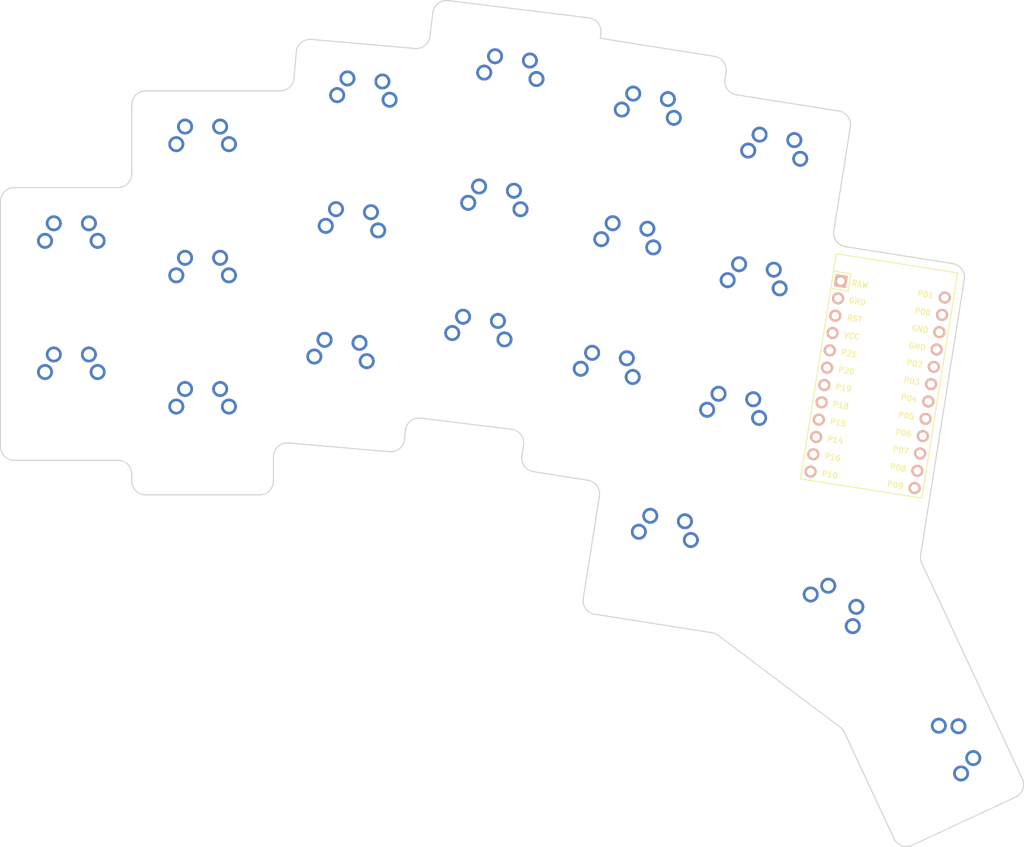
<source format=kicad_pcb>
(kicad_pcb (version 20211014) (generator pcbnew)
  (title_block (title "cumulus") (rev "v1.0.0") (company "Unknown"))
  (layers (0 "F.Cu" signal) (31 "B.Cu" signal) (34 "B.Paste" user) (35 "F.Paste" user) (36 "B.SilkS" user "B.Silkscreen") (37 "F.SilkS" user "F.Silkscreen") (38 "B.Mask" user) (39 "F.Mask" user) (44 "Edge.Cuts" user))
  (net 0 "")
  (net 1 "P10")
  (net 2 "GND")
  (net 3 "P9")
  (net 4 "P8")
  (net 5 "P7")
  (net 6 "P6")
  (net 7 "P5")
  (net 8 "P4")
  (net 9 "P3")
  (net 10 "P2")
  (net 11 "P1")
  (net 12 "P0")
  (net 13 "P11")
  (net 14 "P12")
  (net 15 "P 13")
  (net 16 "P14")
  (net 17 "P15")
  (net 18 "P16")
  (net 19 "P17")
  (net 20 "P18")
  (net 21 "P19")
  (net 22 "RAW")
  (net 23 "RST")
  (net 24 "VCC")
  (net 25 "P21")
  (net 26 "P20")
  (footprint "MX" (layer "F.Cu") (at 174.680051 127.390855)
    (fp_text reference "S3" hide)
    (fp_text value "" hide)
    (pad "" np_thru_hole circle locked (at 0 0) (size 3.9878 3.9878) (drill 3.9878) (layers *.Cu *.Mask))
    (pad "" np_thru_hole circle locked (at 5.08 0) (size 1.7018 1.7018) (drill 1.7018) (layers *.Cu *.Mask))
    (pad "" np_thru_hole circle locked (at -5.08 0) (size 1.7018 1.7018) (drill 1.7018) (layers *.Cu *.Mask))
    (pad "1" thru_hole circle locked (at -2.54 -5.08) (size 2.286 2.286) (drill 1.4986) (layers *.Cu *.Mask) (net 3 "P9"))
    (pad "1" thru_hole circle locked (at 2.54 -5.08) (size 2.286 2.286) (drill 1.4986) (layers *.Cu *.Mask) (net 3 "P9"))
    (pad "2" thru_hole circle locked (at -3.81 -2.54) (size 2.286 2.286) (drill 1.4986) (layers *.Cu *.Mask) (net 2 "GND"))
    (pad "2" thru_hole circle locked (at 3.81 -2.54) (size 2.286 2.286) (drill 1.4986) (layers *.Cu *.Mask) (net 2 "GND"))
  )
  (footprint "MX" (layer "F.Cu") (at 232.773133 141.482691 -9)
    (fp_text reference "S19" hide)
    (fp_text value "" hide)
    (pad "" np_thru_hole circle locked (at 0 0) (size 3.9878 3.9878) (drill 3.9878) (layers *.Cu *.Mask))
    (pad "" np_thru_hole circle locked (at -5.08 0) (size 1.7018 1.7018) (drill 1.7018) (layers *.Cu *.Mask))
    (pad "" np_thru_hole circle locked (at 5.08 0) (size 1.7018 1.7018) (drill 1.7018) (layers *.Cu *.Mask))
    (pad "1" thru_hole circle locked (at -2.54 -5.08) (size 2.286 2.286) (drill 1.4986) (layers *.Cu *.Mask) (net 11 "P1"))
    (pad "1" thru_hole circle locked (at 2.54 -5.08) (size 2.286 2.286) (drill 1.4986) (layers *.Cu *.Mask) (net 11 "P1"))
    (pad "2" thru_hole circle locked (at 3.81 -2.54) (size 2.286 2.286) (drill 1.4986) (layers *.Cu *.Mask) (net 2 "GND"))
    (pad "2" thru_hole circle locked (at -3.81 -2.54) (size 2.286 2.286) (drill 1.4986) (layers *.Cu *.Mask) (net 2 "GND"))
  )
  (footprint "MX" (layer "F.Cu") (at 174.680051 146.390855)
    (fp_text reference "S1" hide)
    (fp_text value "" hide)
    (pad "" np_thru_hole circle locked (at 5.08 0) (size 1.7018 1.7018) (drill 1.7018) (layers *.Cu *.Mask))
    (pad "" np_thru_hole circle locked (at -5.08 0) (size 1.7018 1.7018) (drill 1.7018) (layers *.Cu *.Mask))
    (pad "" np_thru_hole circle locked (at 0 0) (size 3.9878 3.9878) (drill 3.9878) (layers *.Cu *.Mask))
    (pad "1" thru_hole circle locked (at 2.54 -5.08) (size 2.286 2.286) (drill 1.4986) (layers *.Cu *.Mask) (net 1 "P10"))
    (pad "1" thru_hole circle locked (at -2.54 -5.08) (size 2.286 2.286) (drill 1.4986) (layers *.Cu *.Mask) (net 1 "P10"))
    (pad "2" thru_hole circle locked (at -3.81 -2.54) (size 2.286 2.286) (drill 1.4986) (layers *.Cu *.Mask) (net 2 "GND"))
    (pad "2" thru_hole circle locked (at 3.81 -2.54) (size 2.286 2.286) (drill 1.4986) (layers *.Cu *.Mask) (net 2 "GND"))
  )
  (footprint "MX" (layer "F.Cu") (at 264.206189 175.387086 -37)
    (fp_text reference "S33" hide)
    (fp_text value "" hide)
    (pad "" np_thru_hole circle locked (at -5.08 0) (size 1.7018 1.7018) (drill 1.7018) (layers *.Cu *.Mask))
    (pad "" np_thru_hole circle locked (at 5.08 0) (size 1.7018 1.7018) (drill 1.7018) (layers *.Cu *.Mask))
    (pad "" np_thru_hole circle locked (at 0 0) (size 3.9878 3.9878) (drill 3.9878) (layers *.Cu *.Mask))
    (pad "1" thru_hole circle locked (at 2.54 -5.08) (size 2.286 2.286) (drill 1.4986) (layers *.Cu *.Mask) (net 18 "P16"))
    (pad "1" thru_hole circle locked (at -2.54 -5.08) (size 2.286 2.286) (drill 1.4986) (layers *.Cu *.Mask) (net 18 "P16"))
    (pad "2" thru_hole circle locked (at -3.81 -2.54) (size 2.286 2.286) (drill 1.4986) (layers *.Cu *.Mask) (net 2 "GND"))
    (pad "2" thru_hole circle locked (at 3.81 -2.54) (size 2.286 2.286) (drill 1.4986) (layers *.Cu *.Mask) (net 2 "GND"))
  )
  (footprint "MX" (layer "F.Cu") (at 280.545123 194.602946 -65)
    (fp_text reference "S36" hide)
    (fp_text value "" hide)
    (pad "" np_thru_hole circle locked (at -5.08 0) (size 1.7018 1.7018) (drill 1.7018) (layers *.Cu *.Mask))
    (pad "" np_thru_hole circle locked (at 5.08 0) (size 1.7018 1.7018) (drill 1.7018) (layers *.Cu *.Mask))
    (pad "" np_thru_hole circle locked (at 0 0) (size 3.9878 3.9878) (drill 3.9878) (layers *.Cu *.Mask))
    (pad "1" thru_hole circle locked (at 2.54 -5.08) (size 2.286 2.286) (drill 1.4986) (layers *.Cu *.Mask) (net 19 "P17"))
    (pad "1" thru_hole circle locked (at -2.54 -5.08) (size 2.286 2.286) (drill 1.4986) (layers *.Cu *.Mask) (net 19 "P17"))
    (pad "2" thru_hole circle locked (at 3.81 -2.54) (size 2.286 2.286) (drill 1.4986) (layers *.Cu *.Mask) (net 2 "GND"))
    (pad "2" thru_hole circle locked (at -3.81 -2.54) (size 2.286 2.286) (drill 1.4986) (layers *.Cu *.Mask) (net 2 "GND"))
  )
  (footprint "MX" (layer "F.Cu") (at 232.773133 141.482691 -9)
    (fp_text reference "S20" hide)
    (fp_text value "" hide)
    (pad "" np_thru_hole circle locked (at 0 0) (size 3.9878 3.9878) (drill 3.9878) (layers *.Cu *.Mask))
    (pad "" np_thru_hole circle locked (at 5.08 0) (size 1.7018 1.7018) (drill 1.7018) (layers *.Cu *.Mask))
    (pad "" np_thru_hole circle locked (at -5.08 0) (size 1.7018 1.7018) (drill 1.7018) (layers *.Cu *.Mask))
    (pad "1" thru_hole circle locked (at -2.54 -5.08) (size 2.286 2.286) (drill 1.4986) (layers *.Cu *.Mask) (net 11 "P1"))
    (pad "1" thru_hole circle locked (at 2.54 -5.08) (size 2.286 2.286) (drill 1.4986) (layers *.Cu *.Mask) (net 11 "P1"))
    (pad "2" thru_hole circle locked (at 3.81 -2.54) (size 2.286 2.286) (drill 1.4986) (layers *.Cu *.Mask) (net 2 "GND"))
    (pad "2" thru_hole circle locked (at -3.81 -2.54) (size 2.286 2.286) (drill 1.4986) (layers *.Cu *.Mask) (net 2 "GND"))
  )
  (footprint "MX" (layer "F.Cu") (at 241.183835 165.089048 -9)
    (fp_text reference "S31" hide)
    (fp_text value "" hide)
    (pad "" np_thru_hole circle locked (at 0 0) (size 3.9878 3.9878) (drill 3.9878) (layers *.Cu *.Mask))
    (pad "" np_thru_hole circle locked (at 5.08 0) (size 1.7018 1.7018) (drill 1.7018) (layers *.Cu *.Mask))
    (pad "" np_thru_hole circle locked (at -5.08 0) (size 1.7018 1.7018) (drill 1.7018) (layers *.Cu *.Mask))
    (pad "1" thru_hole circle locked (at -2.54 -5.08) (size 2.286 2.286) (drill 1.4986) (layers *.Cu *.Mask) (net 17 "P15"))
    (pad "1" thru_hole circle locked (at 2.54 -5.08) (size 2.286 2.286) (drill 1.4986) (layers *.Cu *.Mask) (net 17 "P15"))
    (pad "2" thru_hole circle locked (at 3.81 -2.54) (size 2.286 2.286) (drill 1.4986) (layers *.Cu *.Mask) (net 2 "GND"))
    (pad "2" thru_hole circle locked (at -3.81 -2.54) (size 2.286 2.286) (drill 1.4986) (layers *.Cu *.Mask) (net 2 "GND"))
  )
  (footprint "MX" (layer "F.Cu") (at 251.069908 147.418011 -9)
    (fp_text reference "S25" hide)
    (fp_text value "" hide)
    (pad "" np_thru_hole circle locked (at 0 0) (size 3.9878 3.9878) (drill 3.9878) (layers *.Cu *.Mask))
    (pad "" np_thru_hole circle locked (at 5.08 0) (size 1.7018 1.7018) (drill 1.7018) (layers *.Cu *.Mask))
    (pad "" np_thru_hole circle locked (at -5.08 0) (size 1.7018 1.7018) (drill 1.7018) (layers *.Cu *.Mask))
    (pad "1" thru_hole circle locked (at -2.54 -5.08) (size 2.286 2.286) (drill 1.4986) (layers *.Cu *.Mask) (net 14 "P12"))
    (pad "1" thru_hole circle locked (at 2.54 -5.08) (size 2.286 2.286) (drill 1.4986) (layers *.Cu *.Mask) (net 14 "P12"))
    (pad "2" thru_hole circle locked (at -3.81 -2.54) (size 2.286 2.286) (drill 1.4986) (layers *.Cu *.Mask) (net 2 "GND"))
    (pad "2" thru_hole circle locked (at 3.81 -2.54) (size 2.286 2.286) (drill 1.4986) (layers *.Cu *.Mask) (net 2 "GND"))
  )
  (footprint "ProMicro" (layer "F.Cu") (at 272.38802 140.669817 -99)
    (fp_text reference "MCU1" hide)
    (fp_text value "" hide)
    (fp_text user "RST" (at -8.89 4.8 -9) (layer "F.SilkS") (effects (font (size 0.8 0.8))))
    (fp_text user "VCC" (at -6.35 4.8 -9) (layer "F.SilkS") (effects (font (size 0.8 0.8))))
    (fp_text user "RAW" (at -13.97 4.8 -9) (layer "F.SilkS") (effects (font (size 0.8 0.8))))
    (fp_text user "P14" (at 8.89 4.8 -9) (layer "F.SilkS") (effects (font (size 0.8 0.8))))
    (fp_text user "GND" (at -8.89 -4.8 -9) (layer "F.SilkS") (effects (font (size 0.8 0.8))))
    (fp_text user "P01" (at -13.97 -4.8 -9) (layer "F.SilkS") (effects (font (size 0.8 0.8))))
    (fp_text user "P09" (at 13.97 -4.8 -9) (layer "F.SilkS") (effects (font (size 0.8 0.8))))
    (fp_text user "P10" (at 13.97 4.8 -9) (layer "F.SilkS") (effects (font (size 0.8 0.8))))
    (fp_text user "P19" (at 1.27 4.8 -9) (layer "F.SilkS") (effects (font (size 0.8 0.8))))
    (fp_text user "P04" (at 1.27 -4.8 -9) (layer "F.SilkS") (effects (font (size 0.8 0.8))))
    (fp_text user "P20" (at -1.27 4.8 -9) (layer "F.SilkS") (effects (font (size 0.8 0.8))))
    (fp_text user "P05" (at 3.81 -4.8 -9) (layer "F.SilkS") (effects (font (size 0.8 0.8))))
    (fp_text user "GND" (at -6.35 -4.8 -9) (layer "F.SilkS") (effects (font (size 0.8 0.8))))
    (fp_text user "P06" (at 6.35 -4.8 -9) (layer "F.SilkS") (effects (font (size 0.8 0.8))))
    (fp_text user "P21" (at -3.81 4.8 -9) (layer "F.SilkS") (effects (font (size 0.8 0.8))))
    (fp_text user "P16" (at 11.43 4.8 -9) (layer "F.SilkS") (effects (font (size 0.8 0.8))))
    (fp_text user "P02" (at -3.81 -4.8 -9) (layer "F.SilkS") (effects (font (size 0.8 0.8))))
    (fp_text user "P08" (at 11.43 -4.8 -9) (layer "F.SilkS") (effects (font (size 0.8 0.8))))
    (fp_text user "P18" (at 3.81 4.8 -9) (layer "F.SilkS") (effects (font (size 0.8 0.8))))
    (fp_text user "P15" (at 6.35 4.8 -9) (layer "F.SilkS") (effects (font (size 0.8 0.8))))
    (fp_text user "P07" (at 8.89 -4.8 -9) (layer "F.SilkS") (effects (font (size 0.8 0.8))))
    (fp_text user "P00" (at -11.43 -4.8 -9) (layer "F.SilkS") (effects (font (size 0.8 0.8))))
    (fp_text user "GND" (at -11.43 4.8 -9) (layer "F.SilkS") (effects (font (size 0.8 0.8))))
    (fp_text user "P03" (at -1.27 -4.8 -9) (layer "F.SilkS") (effects (font (size 0.8 0.8))))
    (fp_line (start -15.24 6.35) (end -15.24 8.89) (layer "F.SilkS") (width 0.15))
    (fp_line (start -12.7 6.35) (end -12.7 8.89) (layer "F.SilkS") (width 0.15))
    (fp_line (start 15.24 8.89) (end 15.24 -8.89) (layer "F.SilkS") (width 0.15))
    (fp_line (start 15.24 -8.89) (end -17.78 -8.89) (layer "F.SilkS") (width 0.15))
    (fp_line (start -17.78 8.89) (end 15.24 8.89) (layer "F.SilkS") (width 0.15))
    (fp_line (start -15.24 6.35) (end -12.7 6.35) (layer "F.SilkS") (width 0.15))
    (fp_line (start -17.78 -8.89) (end -17.78 8.89) (layer "F.SilkS") (width 0.15))
    (pad "1" thru_hole rect locked (at -13.97 7.62 261) (size 1.7526 1.7526) (drill 1.0922) (layers *.Cu *.SilkS *.Mask) (net 22 "RAW"))
    (pad "2" thru_hole circle locked (at -11.43 7.62) (size 1.7526 1.7526) (drill 1.0922) (layers *.Cu *.SilkS *.Mask) (net 2 "GND"))
    (pad "3" thru_hole circle locked (at -8.89 7.62) (size 1.7526 1.7526) (drill 1.0922) (layers *.Cu *.SilkS *.Mask) (net 23 "RST"))
    (pad "4" thru_hole circle locked (at -6.35 7.62) (size 1.7526 1.7526) (drill 1.0922) (layers *.Cu *.SilkS *.Mask) (net 24 "VCC"))
    (pad "5" thru_hole circle locked (at -3.81 7.62) (size 1.7526 1.7526) (drill 1.0922) (layers *.Cu *.SilkS *.Mask) (net 25 "P21"))
    (pad "6" thru_hole circle locked (at -1.27 7.62) (size 1.7526 1.7526) (drill 1.0922) (layers *.Cu *.SilkS *.Mask) (net 26 "P20"))
    (pad "7" thru_hole circle locked (at 1.27 7.62) (size 1.7526 1.7526) (drill 1.0922) (layers *.Cu *.SilkS *.Mask) (net 21 "P19"))
    (pad "8" thru_hole circle locked (at 3.81 7.62) (size 1.7526 1.7526) (drill 1.0922) (layers *.Cu *.SilkS *.Mask) (net 20 "P18"))
    (pad "9" thru_hole circle locked (at 6.35 7.62) (size 1.7526 1.7526) (drill 1.0922) (layers *.Cu *.SilkS *.Mask) (net 17 "P15"))
    (pad "10" thru_hole circle locked (at 8.89 7.62) (size 1.7526 1.7526) (drill 1.0922) (layers *.Cu *.SilkS *.Mask) (net 16 "P14"))
    (pad "11" thru_hole circle locked (at 11.43 7.62) (size 1.7526 1.7526) (drill 1.0922) (layers *.Cu *.SilkS *.Mask) (net 18 "P16"))
    (pad "12" thru_hole circle locked (at 13.97 7.62) (size 1.7526 1.7526) (drill 1.0922) (layers *.Cu *.SilkS *.Mask) (net 1 "P10"))
    (pad "13" thru_hole circle locked (at -13.97 -7.62) (size 1.7526 1.7526) (drill 1.0922) (layers *.Cu *.SilkS *.Mask) (net 11 "P1"))
    (pad "14" thru_hole circle locked (at -11.43 -7.62) (size 1.7526 1.7526) (drill 1.0922) (layers *.Cu *.SilkS *.Mask) (net 12 "P0"))
    (pad "15" thru_hole circle locked (at -8.89 -7.62) (size 1.7526 1.7526) (drill 1.0922) (layers *.Cu *.SilkS *.Mask) (net 2 "GND"))
    (pad "16" thru_hole circle locked (at -6.35 -7.62) (size 1.7526 1.7526) (drill 1.0922) (layers *.Cu *.SilkS *.Mask) (net 2 "GND"))
    (pad "17" thru_hole circle locked (at -3.81 -7.62) (size 1.7526 1.7526) (drill 1.0922) (layers *.Cu *.SilkS *.Mask) (net 10 "P2"))
    (pad "18" thru_hole circle locked (at -1.27 -7.62) (size 1.7526 1.7526) (drill 1.0922) (layers *.Cu *.SilkS *.Mask) (net 9 "P3"))
    (pad "19" thru_hole circle locked (at 1.27 -7.62) (size 1.7526 1.7526) (drill 1.0922) (layers *.Cu *.SilkS *.Mask) (net 8 "P4"))
    (pad "20" thru_hole circle locked (at 3.81 -7.62) (size 1.7526 1.7526) (drill 1.0922) (layers *.Cu *.SilkS *.Mask) (net 7 "P5"))
    (pad "21" thru_hole circle locked (at 6.35 -7.62) (size 1.7526 1.7526) (drill 1.0922) (layers *.Cu *.SilkS *.Mask) (net 6 "P6"))
    (pad "22" thru_hole circle locked (at 8.89 -7.62) (size 1.7526 1.7526) (drill 1.0922) (layers *.Cu *.SilkS *.Mask) (net 5 "P7"))
    (pad "23" thru_hole circle locked (at 11.43 -7.62) (size 1.7526 1.7526) (drill 1.0922) (layers *.Cu *.SilkS *.Mask) (net 4 "P8"))
    (pad "24" thru_hole circle locked (at 13.97 -7.62) (size 1.7526 1.7526) (drill 1.0922) (layers *.Cu *.SilkS *.Mask) (net 3 "P9"))
  )
  (footprint "MX" (layer "F.Cu") (at 257.014418 109.885854 -9)
    (fp_text reference "S29" hide)
    (fp_text value "" hide)
    (pad "" np_thru_hole circle locked (at 0 0) (size 3.9878 3.9878) (drill 3.9878) (layers *.Cu *.Mask))
    (pad "" np_thru_hole circle locked (at 5.08 0) (size 1.7018 1.7018) (drill 1.7018) (layers *.Cu *.Mask))
    (pad "" np_thru_hole circle locked (at -5.08 0) (size 1.7018 1.7018) (drill 1.7018) (layers *.Cu *.Mask))
    (pad "1" thru_hole circle locked (at -2.54 -5.08) (size 2.286 2.286) (drill 1.4986) (layers *.Cu *.Mask) (net 16 "P14"))
    (pad "1" thru_hole circle locked (at 2.54 -5.08) (size 2.286 2.286) (drill 1.4986) (layers *.Cu *.Mask) (net 16 "P14"))
    (pad "2" thru_hole circle locked (at 3.81 -2.54) (size 2.286 2.286) (drill 1.4986) (layers *.Cu *.Mask) (net 2 "GND"))
    (pad "2" thru_hole circle locked (at -3.81 -2.54) (size 2.286 2.286) (drill 1.4986) (layers *.Cu *.Mask) (net 2 "GND"))
  )
  (footprint "MX" (layer "F.Cu") (at 241.183835 165.089048 -9)
    (fp_text reference "S32" hide)
    (fp_text value "" hide)
    (pad "" np_thru_hole circle locked (at 5.08 0) (size 1.7018 1.7018) (drill 1.7018) (layers *.Cu *.Mask))
    (pad "" np_thru_hole circle locked (at 0 0) (size 3.9878 3.9878) (drill 3.9878) (layers *.Cu *.Mask))
    (pad "" np_thru_hole circle locked (at -5.08 0) (size 1.7018 1.7018) (drill 1.7018) (layers *.Cu *.Mask))
    (pad "1" thru_hole circle locked (at 2.54 -5.08) (size 2.286 2.286) (drill 1.4986) (layers *.Cu *.Mask) (net 17 "P15"))
    (pad "1" thru_hole circle locked (at -2.54 -5.08) (size 2.286 2.286) (drill 1.4986) (layers *.Cu *.Mask) (net 17 "P15"))
    (pad "2" thru_hole circle locked (at 3.81 -2.54) (size 2.286 2.286) (drill 1.4986) (layers *.Cu *.Mask) (net 2 "GND"))
    (pad "2" thru_hole circle locked (at -3.81 -2.54) (size 2.286 2.286) (drill 1.4986) (layers *.Cu *.Mask) (net 2 "GND"))
  )
  (footprint "MX" (layer "F.Cu") (at 174.680051 108.390855)
    (fp_text reference "S5" hide)
    (fp_text value "" hide)
    (pad "" np_thru_hole circle locked (at 5.08 0) (size 1.7018 1.7018) (drill 1.7018) (layers *.Cu *.Mask))
    (pad "" np_thru_hole circle locked (at -5.08 0) (size 1.7018 1.7018) (drill 1.7018) (layers *.Cu *.Mask))
    (pad "" np_thru_hole circle locked (at 0 0) (size 3.9878 3.9878) (drill 3.9878) (layers *.Cu *.Mask))
    (pad "1" thru_hole circle locked (at -2.54 -5.08) (size 2.286 2.286) (drill 1.4986) (layers *.Cu *.Mask) (net 4 "P8"))
    (pad "1" thru_hole circle locked (at 2.54 -5.08) (size 2.286 2.286) (drill 1.4986) (layers *.Cu *.Mask) (net 4 "P8"))
    (pad "2" thru_hole circle locked (at 3.81 -2.54) (size 2.286 2.286) (drill 1.4986) (layers *.Cu *.Mask) (net 2 "GND"))
    (pad "2" thru_hole circle locked (at -3.81 -2.54) (size 2.286 2.286) (drill 1.4986) (layers *.Cu *.Mask) (net 2 "GND"))
  )
  (footprint "MX" (layer "F.Cu") (at 251.069908 147.418011 -9)
    (fp_text reference "S26" hide)
    (fp_text value "" hide)
    (pad "" np_thru_hole circle locked (at -5.08 0) (size 1.7018 1.7018) (drill 1.7018) (layers *.Cu *.Mask))
    (pad "" np_thru_hole circle locked (at 5.08 0) (size 1.7018 1.7018) (drill 1.7018) (layers *.Cu *.Mask))
    (pad "" np_thru_hole circle locked (at 0 0) (size 3.9878 3.9878) (drill 3.9878) (layers *.Cu *.Mask))
    (pad "1" thru_hole circle locked (at -2.54 -5.08) (size 2.286 2.286) (drill 1.4986) (layers *.Cu *.Mask) (net 14 "P12"))
    (pad "1" thru_hole circle locked (at 2.54 -5.08) (size 2.286 2.286) (drill 1.4986) (layers *.Cu *.Mask) (net 14 "P12"))
    (pad "2" thru_hole circle locked (at -3.81 -2.54) (size 2.286 2.286) (drill 1.4986) (layers *.Cu *.Mask) (net 2 "GND"))
    (pad "2" thru_hole circle locked (at 3.81 -2.54) (size 2.286 2.286) (drill 1.4986) (layers *.Cu *.Mask) (net 2 "GND"))
  )
  (footprint "MX" (layer "F.Cu") (at 216.595882 117.331158 -7)
    (fp_text reference "S15" hide)
    (fp_text value "" hide)
    (pad "" np_thru_hole circle locked (at 5.08 0) (size 1.7018 1.7018) (drill 1.7018) (layers *.Cu *.Mask))
    (pad "" np_thru_hole circle locked (at -5.08 0) (size 1.7018 1.7018) (drill 1.7018) (layers *.Cu *.Mask))
    (pad "" np_thru_hole circle locked (at 0 0) (size 3.9878 3.9878) (drill 3.9878) (layers *.Cu *.Mask))
    (pad "1" thru_hole circle locked (at -2.54 -5.08) (size 2.286 2.286) (drill 1.4986) (layers *.Cu *.Mask) (net 9 "P3"))
    (pad "1" thru_hole circle locked (at 2.54 -5.08) (size 2.286 2.286) (drill 1.4986) (layers *.Cu *.Mask) (net 9 "P3"))
    (pad "2" thru_hole circle locked (at 3.81 -2.54) (size 2.286 2.286) (drill 1.4986) (layers *.Cu *.Mask) (net 2 "GND"))
    (pad "2" thru_hole circle locked (at -3.81 -2.54) (size 2.286 2.286) (drill 1.4986) (layers *.Cu *.Mask) (net 2 "GND"))
  )
  (footprint "MX" (layer "F.Cu") (at 254.042163 128.651932 -9)
    (fp_text reference "S27" hide)
    (fp_text value "" hide)
    (pad "" np_thru_hole circle locked (at -5.08 0) (size 1.7018 1.7018) (drill 1.7018) (layers *.Cu *.Mask))
    (pad "" np_thru_hole circle locked (at 0 0) (size 3.9878 3.9878) (drill 3.9878) (layers *.Cu *.Mask))
    (pad "" np_thru_hole circle locked (at 5.08 0) (size 1.7018 1.7018) (drill 1.7018) (layers *.Cu *.Mask))
    (pad "1" thru_hole circle locked (at -2.54 -5.08) (size 2.286 2.286) (drill 1.4986) (layers *.Cu *.Mask) (net 15 "P 13"))
    (pad "1" thru_hole circle locked (at 2.54 -5.08) (size 2.286 2.286) (drill 1.4986) (layers *.Cu *.Mask) (net 15 "P 13"))
    (pad "2" thru_hole circle locked (at -3.81 -2.54) (size 2.286 2.286) (drill 1.4986) (layers *.Cu *.Mask) (net 2 "GND"))
    (pad "2" thru_hole circle locked (at 3.81 -2.54) (size 2.286 2.286) (drill 1.4986) (layers *.Cu *.Mask) (net 2 "GND"))
  )
  (footprint "MX" (layer "F.Cu") (at 174.680051 146.390855)
    (fp_text reference "S2" hide)
    (fp_text value "" hide)
    (pad "" np_thru_hole circle locked (at 0 0) (size 3.9878 3.9878) (drill 3.9878) (layers *.Cu *.Mask))
    (pad "" np_thru_hole circle locked (at -5.08 0) (size 1.7018 1.7018) (drill 1.7018) (layers *.Cu *.Mask))
    (pad "" np_thru_hole circle locked (at 5.08 0) (size 1.7018 1.7018) (drill 1.7018) (layers *.Cu *.Mask))
    (pad "1" thru_hole circle locked (at 2.54 -5.08) (size 2.286 2.286) (drill 1.4986) (layers *.Cu *.Mask) (net 1 "P10"))
    (pad "1" thru_hole circle locked (at -2.54 -5.08) (size 2.286 2.286) (drill 1.4986) (layers *.Cu *.Mask) (net 1 "P10"))
    (pad "2" thru_hole circle locked (at -3.81 -2.54) (size 2.286 2.286) (drill 1.4986) (layers *.Cu *.Mask) (net 2 "GND"))
    (pad "2" thru_hole circle locked (at 3.81 -2.54) (size 2.286 2.286) (drill 1.4986) (layers *.Cu *.Mask) (net 2 "GND"))
  )
  (footprint "MX" (layer "F.Cu") (at 174.680051 108.390855)
    (fp_text reference "S6" hide)
    (fp_text value "" hide)
    (pad "" np_thru_hole circle locked (at -5.08 0) (size 1.7018 1.7018) (drill 1.7018) (layers *.Cu *.Mask))
    (pad "" np_thru_hole circle locked (at 5.08 0) (size 1.7018 1.7018) (drill 1.7018) (layers *.Cu *.Mask))
    (pad "" np_thru_hole circle locked (at 0 0) (size 3.9878 3.9878) (drill 3.9878) (layers *.Cu *.Mask))
    (pad "1" thru_hole circle locked (at 2.54 -5.08) (size 2.286 2.286) (drill 1.4986) (layers *.Cu *.Mask) (net 4 "P8"))
    (pad "1" thru_hole circle locked (at -2.54 -5.08) (size 2.286 2.286) (drill 1.4986) (layers *.Cu *.Mask) (net 4 "P8"))
    (pad "2" thru_hole circle locked (at 3.81 -2.54) (size 2.286 2.286) (drill 1.4986) (layers *.Cu *.Mask) (net 2 "GND"))
    (pad "2" thru_hole circle locked (at -3.81 -2.54) (size 2.286 2.286) (drill 1.4986) (layers *.Cu *.Mask) (net 2 "GND"))
  )
  (footprint "MX" (layer "F.Cu") (at 174.680051 127.390855)
    (fp_text reference "S4" hide)
    (fp_text value "" hide)
    (pad "" np_thru_hole circle locked (at 5.08 0) (size 1.7018 1.7018) (drill 1.7018) (layers *.Cu *.Mask))
    (pad "" np_thru_hole circle locked (at -5.08 0) (size 1.7018 1.7018) (drill 1.7018) (layers *.Cu *.Mask))
    (pad "" np_thru_hole circle locked (at 0 0) (size 3.9878 3.9878) (drill 3.9878) (layers *.Cu *.Mask))
    (pad "1" thru_hole circle locked (at 2.54 -5.08) (size 2.286 2.286) (drill 1.4986) (layers *.Cu *.Mask) (net 3 "P9"))
    (pad "1" thru_hole circle locked (at -2.54 -5.08) (size 2.286 2.286) (drill 1.4986) (layers *.Cu *.Mask) (net 3 "P9"))
    (pad "2" thru_hole circle locked (at 3.81 -2.54) (size 2.286 2.286) (drill 1.4986) (layers *.Cu *.Mask) (net 2 "GND"))
    (pad "2" thru_hole circle locked (at -3.81 -2.54) (size 2.286 2.286) (drill 1.4986) (layers *.Cu *.Mask) (net 2 "GND"))
  )
  (footprint "MX" (layer "F.Cu") (at 218.911399 98.472781 -7)
    (fp_text reference "S18" hide)
    (fp_text value "" hide)
    (pad "" np_thru_hole circle locked (at 5.08 0) (size 1.7018 1.7018) (drill 1.7018) (layers *.Cu *.Mask))
    (pad "" np_thru_hole circle locked (at -5.08 0) (size 1.7018 1.7018) (drill 1.7018) (layers *.Cu *.Mask))
    (pad "" np_thru_hole circle locked (at 0 0) (size 3.9878 3.9878) (drill 3.9878) (layers *.Cu *.Mask))
    (pad "1" thru_hole circle locked (at -2.54 -5.08) (size 2.286 2.286) (drill 1.4986) (layers *.Cu *.Mask) (net 10 "P2"))
    (pad "1" thru_hole circle locked (at 2.54 -5.08) (size 2.286 2.286) (drill 1.4986) (layers *.Cu *.Mask) (net 10 "P2"))
    (pad "2" thru_hole circle locked (at 3.81 -2.54) (size 2.286 2.286) (drill 1.4986) (layers *.Cu *.Mask) (net 2 "GND"))
    (pad "2" thru_hole circle locked (at -3.81 -2.54) (size 2.286 2.286) (drill 1.4986) (layers *.Cu *.Mask) (net 2 "GND"))
  )
  (footprint "MX" (layer "F.Cu") (at 238.717643 103.950534 -9)
    (fp_text reference "S23" hide)
    (fp_text value "" hide)
    (pad "" np_thru_hole circle locked (at -5.08 0) (size 1.7018 1.7018) (drill 1.7018) (layers *.Cu *.Mask))
    (pad "" np_thru_hole circle locked (at 5.08 0) (size 1.7018 1.7018) (drill 1.7018) (layers *.Cu *.Mask))
    (pad "" np_thru_hole circle locked (at 0 0) (size 3.9878 3.9878) (drill 3.9878) (layers *.Cu *.Mask))
    (pad "1" thru_hole circle locked (at 2.54 -5.08) (size 2.286 2.286) (drill 1.4986) (layers *.Cu *.Mask) (net 13 "P11"))
    (pad "1" thru_hole circle locked (at -2.54 -5.08) (size 2.286 2.286) (drill 1.4986) (layers *.Cu *.Mask) (net 13 "P11"))
    (pad "2" thru_hole circle locked (at 3.81 -2.54) (size 2.286 2.286) (drill 1.4986) (layers *.Cu *.Mask) (net 2 "GND"))
    (pad "2" thru_hole circle locked (at -3.81 -2.54) (size 2.286 2.286) (drill 1.4986) (layers *.Cu *.Mask) (net 2 "GND"))
  )
  (footprint "MX" (layer "F.Cu") (at 235.745388 122.716613 -9)
    (fp_text reference "S22" hide)
    (fp_text value "" hide)
    (pad "" np_thru_hole circle locked (at 5.08 0) (size 1.7018 1.7018) (drill 1.7018) (layers *.Cu *.Mask))
    (pad "" np_thru_hole circle locked (at -5.08 0) (size 1.7018 1.7018) (drill 1.7018) (layers *.Cu *.Mask))
    (pad "" np_thru_hole circle locked (at 0 0) (size 3.9878 3.9878) (drill 3.9878) (layers *.Cu *.Mask))
    (pad "1" thru_hole circle locked (at 2.54 -5.08) (size 2.286 2.286) (drill 1.4986) (layers *.Cu *.Mask) (net 12 "P0"))
    (pad "1" thru_hole circle locked (at -2.54 -5.08) (size 2.286 2.286) (drill 1.4986) (layers *.Cu *.Mask) (net 12 "P0"))
    (pad "2" thru_hole circle locked (at 3.81 -2.54) (size 2.286 2.286) (drill 1.4986) (layers *.Cu *.Mask) (net 2 "GND"))
    (pad "2" thru_hole circle locked (at -3.81 -2.54) (size 2.286 2.286) (drill 1.4986) (layers *.Cu *.Mask) (net 2 "GND"))
  )
  (footprint "MX" (layer "F.Cu") (at 257.014418 109.885854 -9)
    (fp_text reference "S30" hide)
    (fp_text value "" hide)
    (pad "" np_thru_hole circle locked (at 0 0) (size 3.9878 3.9878) (drill 3.9878) (layers *.Cu *.Mask))
    (pad "" np_thru_hole circle locked (at -5.08 0) (size 1.7018 1.7018) (drill 1.7018) (layers *.Cu *.Mask))
    (pad "" np_thru_hole circle locked (at 5.08 0) (size 1.7018 1.7018) (drill 1.7018) (layers *.Cu *.Mask))
    (pad "1" thru_hole circle locked (at -2.54 -5.08) (size 2.286 2.286) (drill 1.4986) (layers *.Cu *.Mask) (net 16 "P14"))
    (pad "1" thru_hole circle locked (at 2.54 -5.08) (size 2.286 2.286) (drill 1.4986) (layers *.Cu *.Mask) (net 16 "P14"))
    (pad "2" thru_hole circle locked (at -3.81 -2.54) (size 2.286 2.286) (drill 1.4986) (layers *.Cu *.Mask) (net 2 "GND"))
    (pad "2" thru_hole circle locked (at 3.81 -2.54) (size 2.286 2.286) (drill 1.4986) (layers *.Cu *.Mask) (net 2 "GND"))
  )
  (footprint "MX" (layer "F.Cu") (at 155.680051 122.390855)
    (fp_text reference "S39" hide)
    (fp_text value "" hide)
    (pad "" np_thru_hole circle locked (at -5.08 0) (size 1.7018 1.7018) (drill 1.7018) (layers *.Cu *.Mask))
    (pad "" np_thru_hole circle locked (at 5.08 0) (size 1.7018 1.7018) (drill 1.7018) (layers *.Cu *.Mask))
    (pad "" np_thru_hole circle locked (at 0 0) (size 3.9878 3.9878) (drill 3.9878) (layers *.Cu *.Mask))
    (pad "1" thru_hole circle locked (at -2.54 -5.08) (size 2.286 2.286) (drill 1.4986) (layers *.Cu *.Mask) (net 21 "P19"))
    (pad "1" thru_hole circle locked (at 2.54 -5.08) (size 2.286 2.286) (drill 1.4986) (layers *.Cu *.Mask) (net 21 "P19"))
    (pad "2" thru_hole circle locked (at 3.81 -2.54) (size 2.286 2.286) (drill 1.4986) (layers *.Cu *.Mask) (net 2 "GND"))
    (pad "2" thru_hole circle locked (at -3.81 -2.54) (size 2.286 2.286) (drill 1.4986) (layers *.Cu *.Mask) (net 2 "GND"))
  )
  (footprint "MX" (layer "F.Cu") (at 197.730707 101.615573 -5)
    (fp_text reference "S11" hide)
    (fp_text value "" hide)
    (pad "" np_thru_hole circle locked (at -5.08 0) (size 1.7018 1.7018) (drill 1.7018) (layers *.Cu *.Mask))
    (pad "" np_thru_hole circle locked (at 5.08 0) (size 1.7018 1.7018) (drill 1.7018) (layers *.Cu *.Mask))
    (pad "" np_thru_hole circle locked (at 0 0) (size 3.9878 3.9878) (drill 3.9878) (layers *.Cu *.Mask))
    (pad "1" thru_hole circle locked (at 2.54 -5.08) (size 2.286 2.286) (drill 1.4986) (layers *.Cu *.Mask) (net 7 "P5"))
    (pad "1" thru_hole circle locked (at -2.54 -5.08) (size 2.286 2.286) (drill 1.4986) (layers *.Cu *.Mask) (net 7 "P5"))
    (pad "2" thru_hole circle locked (at 3.81 -2.54) (size 2.286 2.286) (drill 1.4986) (layers *.Cu *.Mask) (net 2 "GND"))
    (pad "2" thru_hole circle locked (at -3.81 -2.54) (size 2.286 2.286) (drill 1.4986) (layers *.Cu *.Mask) (net 2 "GND"))
  )
  (footprint "MX" (layer "F.Cu") (at 194.418789 139.470972 -5)
    (fp_text reference "S7" hide)
    (fp_text value "" hide)
    (pad "" np_thru_hole circle locked (at 0 0) (size 3.9878 3.9878) (drill 3.9878) (layers *.Cu *.Mask))
    (pad "" np_thru_hole circle locked (at -5.08 0) (size 1.7018 1.7018) (drill 1.7018) (layers *.Cu *.Mask))
    (pad "" np_thru_hole circle locked (at 5.08 0) (size 1.7018 1.7018) (drill 1.7018) (layers *.Cu *.Mask))
    (pad "1" thru_hole circle locked (at -2.54 -5.08) (size 2.286 2.286) (drill 1.4986) (layers *.Cu *.Mask) (net 5 "P7"))
    (pad "1" thru_hole circle locked (at 2.54 -5.08) (size 2.286 2.286) (drill 1.4986) (layers *.Cu *.Mask) (net 5 "P7"))
    (pad "2" thru_hole circle locked (at 3.81 -2.54) (size 2.286 2.286) (drill 1.4986) (layers *.Cu *.Mask) (net 2 "GND"))
    (pad "2" thru_hole circle locked (at -3.81 -2.54) (size 2.286 2.286) (drill 1.4986) (layers *.Cu *.Mask) (net 2 "GND"))
  )
  (footprint "MX" (layer "F.Cu") (at 155.680051 141.390855)
    (fp_text reference "S38" hide)
    (fp_text value "" hide)
    (pad "" np_thru_hole circle locked (at 5.08 0) (size 1.7018 1.7018) (drill 1.7018) (layers *.Cu *.Mask))
    (pad "" np_thru_hole circle locked (at -5.08 0) (size 1.7018 1.7018) (drill 1.7018) (layers *.Cu *.Mask))
    (pad "" np_thru_hole circle locked (at 0 0) (size 3.9878 3.9878) (drill 3.9878) (layers *.Cu *.Mask))
    (pad "1" thru_hole circle locked (at -2.54 -5.08) (size 2.286 2.286) (drill 1.4986) (layers *.Cu *.Mask) (net 20 "P18"))
    (pad "1" thru_hole circle locked (at 2.54 -5.08) (size 2.286 2.286) (drill 1.4986) (layers *.Cu *.Mask) (net 20 "P18"))
    (pad "2" thru_hole circle locked (at -3.81 -2.54) (size 2.286 2.286) (drill 1.4986) (layers *.Cu *.Mask) (net 2 "GND"))
    (pad "2" thru_hole circle locked (at 3.81 -2.54) (size 2.286 2.286) (drill 1.4986) (layers *.Cu *.Mask) (net 2 "GND"))
  )
  (footprint "MX" (layer "F.Cu") (at 196.074748 120.543272 -5)
    (fp_text reference "S10" hide)
    (fp_text value "" hide)
    (pad "" np_thru_hole circle locked (at 5.08 0) (size 1.7018 1.7018) (drill 1.7018) (layers *.Cu *.Mask))
    (pad "" np_thru_hole circle locked (at 0 0) (size 3.9878 3.9878) (drill 3.9878) (layers *.Cu *.Mask))
    (pad "" np_thru_hole circle locked (at -5.08 0) (size 1.7018 1.7018) (drill 1.7018) (layers *.Cu *.Mask))
    (pad "1" thru_hole circle locked (at 2.54 -5.08) (size 2.286 2.286) (drill 1.4986) (layers *.Cu *.Mask) (net 6 "P6"))
    (pad "1" thru_hole circle locked (at -2.54 -5.08) (size 2.286 2.286) (drill 1.4986) (layers *.Cu *.Mask) (net 6 "P6"))
    (pad "2" thru_hole circle locked (at 3.81 -2.54) (size 2.286 2.286) (drill 1.4986) (layers *.Cu *.Mask) (net 2 "GND"))
    (pad "2" thru_hole circle locked (at -3.81 -2.54) (size 2.286 2.286) (drill 1.4986) (layers *.Cu *.Mask) (net 2 "GND"))
  )
  (footprint "MX" (layer "F.Cu") (at 218.911399 98.472781 -7)
    (fp_text reference "S17" hide)
    (fp_text value "" hide)
    (pad "" np_thru_hole circle locked (at 5.08 0) (size 1.7018 1.7018) (drill 1.7018) (layers *.Cu *.Mask))
    (pad "" np_thru_hole circle locked (at -5.08 0) (size 1.7018 1.7018) (drill 1.7018) (layers *.Cu *.Mask))
    (pad "" np_thru_hole circle locked (at 0 0) (size 3.9878 3.9878) (drill 3.9878) (layers *.Cu *.Mask))
    (pad "1" thru_hole circle locked (at 2.54 -5.08) (size 2.286 2.286) (drill 1.4986) (layers *.Cu *.Mask) (net 10 "P2"))
    (pad "1" thru_hole circle locked (at -2.54 -5.08) (size 2.286 2.286) (drill 1.4986) (layers *.Cu *.Mask) (net 10 "P2"))
    (pad "2" thru_hole circle locked (at 3.81 -2.54) (size 2.286 2.286) (drill 1.4986) (layers *.Cu *.Mask) (net 2 "GND"))
    (pad "2" thru_hole circle locked (at -3.81 -2.54) (size 2.286 2.286) (drill 1.4986) (layers *.Cu *.Mask) (net 2 "GND"))
  )
  (footprint "MX" (layer "F.Cu") (at 280.545123 194.602946 -65)
    (fp_text reference "S35" hide)
    (fp_text value "" hide)
    (pad "" np_thru_hole circle locked (at 0 0) (size 3.9878 3.9878) (drill 3.9878) (layers *.Cu *.Mask))
    (pad "" np_thru_hole circle locked (at -5.08 0) (size 1.7018 1.7018) (drill 1.7018) (layers *.Cu *.Mask))
    (pad "" np_thru_hole circle locked (at 5.08 0) (size 1.7018 1.7018) (drill 1.7018) (layers *.Cu *.Mask))
    (pad "1" thru_hole circle locked (at -2.54 -5.08) (size 2.286 2.286) (drill 1.4986) (layers *.Cu *.Mask) (net 19 "P17"))
    (pad "1" thru_hole circle locked (at 2.54 -5.08) (size 2.286 2.286) (drill 1.4986) (layers *.Cu *.Mask) (net 19 "P17"))
    (pad "2" thru_hole circle locked (at 3.81 -2.54) (size 2.286 2.286) (drill 1.4986) (layers *.Cu *.Mask) (net 2 "GND"))
    (pad "2" thru_hole circle locked (at -3.81 -2.54) (size 2.286 2.286) (drill 1.4986) (layers *.Cu *.Mask) (net 2 "GND"))
  )
  (footprint "MX" (layer "F.Cu") (at 196.074748 120.543272 -5)
    (fp_text reference "S9" hide)
    (fp_text value "" hide)
    (pad "" np_thru_hole circle locked (at -5.08 0) (size 1.7018 1.7018) (drill 1.7018) (layers *.Cu *.Mask))
    (pad "" np_thru_hole circle locked (at 0 0) (size 3.9878 3.9878) (drill 3.9878) (layers *.Cu *.Mask))
    (pad "" np_thru_hole circle locked (at 5.08 0) (size 1.7018 1.7018) (drill 1.7018) (layers *.Cu *.Mask))
    (pad "1" thru_hole circle locked (at 2.54 -5.08) (size 2.286 2.286) (drill 1.4986) (layers *.Cu *.Mask) (net 6 "P6"))
    (pad "1" thru_hole circle locked (at -2.54 -5.08) (size 2.286 2.286) (drill 1.4986) (layers *.Cu *.Mask) (net 6 "P6"))
    (pad "2" thru_hole circle locked (at -3.81 -2.54) (size 2.286 2.286) (drill 1.4986) (layers *.Cu *.Mask) (net 2 "GND"))
    (pad "2" thru_hole circle locked (at 3.81 -2.54) (size 2.286 2.286) (drill 1.4986) (layers *.Cu *.Mask) (net 2 "GND"))
  )
  (footprint "MX" (layer "F.Cu") (at 235.745388 122.716613 -9)
    (fp_text reference "S21" hide)
    (fp_text value "" hide)
    (pad "" np_thru_hole circle locked (at -5.08 0) (size 1.7018 1.7018) (drill 1.7018) (layers *.Cu *.Mask))
    (pad "" np_thru_hole circle locked (at 5.08 0) (size 1.7018 1.7018) (drill 1.7018) (layers *.Cu *.Mask))
    (pad "" np_thru_hole circle locked (at 0 0) (size 3.9878 3.9878) (drill 3.9878) (layers *.Cu *.Mask))
    (pad "1" thru_hole circle locked (at -2.54 -5.08) (size 2.286 2.286) (drill 1.4986) (layers *.Cu *.Mask) (net 12 "P0"))
    (pad "1" thru_hole circle locked (at 2.54 -5.08) (size 2.286 2.286) (drill 1.4986) (layers *.Cu *.Mask) (net 12 "P0"))
    (pad "2" thru_hole circle locked (at -3.81 -2.54) (size 2.286 2.286) (drill 1.4986) (layers *.Cu *.Mask) (net 2 "GND"))
    (pad "2" thru_hole circle locked (at 3.81 -2.54) (size 2.286 2.286) (drill 1.4986) (layers *.Cu *.Mask) (net 2 "GND"))
  )
  (footprint "MX" (layer "F.Cu") (at 155.680051 141.390855)
    (fp_text reference "S37" hide)
    (fp_text value "" hide)
    (pad "" np_thru_hole circle locked (at 0 0) (size 3.9878 3.9878) (drill 3.9878) (layers *.Cu *.Mask))
    (pad "" np_thru_hole circle locked (at 5.08 0) (size 1.7018 1.7018) (drill 1.7018) (layers *.Cu *.Mask))
    (pad "" np_thru_hole circle locked (at -5.08 0) (size 1.7018 1.7018) (drill 1.7018) (layers *.Cu *.Mask))
    (pad "1" thru_hole circle locked (at 2.54 -5.08) (size 2.286 2.286) (drill 1.4986) (layers *.Cu *.Mask) (net 20 "P18"))
    (pad "1" thru_hole circle locked (at -2.54 -5.08) (size 2.286 2.286) (drill 1.4986) (layers *.Cu *.Mask) (net 20 "P18"))
    (pad "2" thru_hole circle locked (at -3.81 -2.54) (size 2.286 2.286) (drill 1.4986) (layers *.Cu *.Mask) (net 2 "GND"))
    (pad "2" thru_hole circle locked (at 3.81 -2.54) (size 2.286 2.286) (drill 1.4986) (layers *.Cu *.Mask) (net 2 "GND"))
  )
  (footprint "MX" (layer "F.Cu") (at 216.595882 117.331158 -7)
    (fp_text reference "S16" hide)
    (fp_text value "" hide)
    (pad "" np_thru_hole circle locked (at 5.08 0) (size 1.7018 1.7018) (drill 1.7018) (layers *.Cu *.Mask))
    (pad "" np_thru_hole circle locked (at 0 0) (size 3.9878 3.9878) (drill 3.9878) (layers *.Cu *.Mask))
    (pad "" np_thru_hole circle locked (at -5.08 0) (size 1.7018 1.7018) (drill 1.7018) (layers *.Cu *.Mask))
    (pad "1" thru_hole circle locked (at 2.54 -5.08) (size 2.286 2.286) (drill 1.4986) (layers *.Cu *.Mask) (net 9 "P3"))
    (pad "1" thru_hole circle locked (at -2.54 -5.08) (size 2.286 2.286) (drill 1.4986) (layers *.Cu *.Mask) (net 9 "P3"))
    (pad "2" thru_hole circle locked (at -3.81 -2.54) (size 2.286 2.286) (drill 1.4986) (layers *.Cu *.Mask) (net 2 "GND"))
    (pad "2" thru_hole circle locked (at 3.81 -2.54) (size 2.286 2.286) (drill 1.4986) (layers *.Cu *.Mask) (net 2 "GND"))
  )
  (footprint "MX" (layer "F.Cu") (at 254.042163 128.651932 -9)
    (fp_text reference "S28" hide)
    (fp_text value "" hide)
    (pad "" np_thru_hole circle locked (at 5.08 0) (size 1.7018 1.7018) (drill 1.7018) (layers *.Cu *.Mask))
    (pad "" np_thru_hole circle locked (at -5.08 0) (size 1.7018 1.7018) (drill 1.7018) (layers *.Cu *.Mask))
    (pad "" np_thru_hole circle locked (at 0 0) (size 3.9878 3.9878) (drill 3.9878) (layers *.Cu *.Mask))
    (pad "1" thru_hole circle locked (at 2.54 -5.08) (size 2.286 2.286) (drill 1.4986) (layers *.Cu *.Mask) (net 15 "P 13"))
    (pad "1" thru_hole circle locked (at -2.54 -5.08) (size 2.286 2.286) (drill 1.4986) (layers *.Cu *.Mask) (net 15 "P 13"))
    (pad "2" thru_hole circle locked (at -3.81 -2.54) (size 2.286 2.286) (drill 1.4986) (layers *.Cu *.Mask) (net 2 "GND"))
    (pad "2" thru_hole circle locked (at 3.81 -2.54) (size 2.286 2.286) (drill 1.4986) (layers *.Cu *.Mask) (net 2 "GND"))
  )
  (footprint "MX" (layer "F.Cu") (at 194.418789 139.470972 -5)
    (fp_text reference "S8" hide)
    (fp_text value "" hide)
    (pad "" np_thru_hole circle locked (at -5.08 0) (size 1.7018 1.7018) (drill 1.7018) (layers *.Cu *.Mask))
    (pad "" np_thru_hole circle locked (at 0 0) (size 3.9878 3.9878) (drill 3.9878) (layers *.Cu *.Mask))
    (pad "" np_thru_hole circle locked (at 5.08 0) (size 1.7018 1.7018) (drill 1.7018) (layers *.Cu *.Mask))
    (pad "1" thru_hole circle locked (at 2.54 -5.08) (size 2.286 2.286) (drill 1.4986) (layers *.Cu *.Mask) (net 5 "P7"))
    (pad "1" thru_hole circle locked (at -2.54 -5.08) (size 2.286 2.286) (drill 1.4986) (layers *.Cu *.Mask) (net 5 "P7"))
    (pad "2" thru_hole circle locked (at 3.81 -2.54) (size 2.286 2.286) (drill 1.4986) (layers *.Cu *.Mask) (net 2 "GND"))
    (pad "2" thru_hole circle locked (at -3.81 -2.54) (size 2.286 2.286) (drill 1.4986) (layers *.Cu *.Mask) (net 2 "GND"))
  )
  (footprint "MX" (layer "F.Cu") (at 155.680051 122.390855)
    (fp_text reference "S40" hide)
    (fp_text value "" hide)
    (pad "" np_thru_hole circle locked (at -5.08 0) (size 1.7018 1.7018) (drill 1.7018) (layers *.Cu *.Mask))
    (pad "" np_thru_hole circle locked (at 5.08 0) (size 1.7018 1.7018) (drill 1.7018) (layers *.Cu *.Mask))
    (pad "" np_thru_hole circle locked (at 0 0) (size 3.9878 3.9878) (drill 3.9878) (layers *.Cu *.Mask))
    (pad "1" thru_hole circle locked (at -2.54 -5.08) (size 2.286 2.286) (drill 1.4986) (layers *.Cu *.Mask) (net 21 "P19"))
    (pad "1" thru_hole circle locked (at 2.54 -5.08) (size 2.286 2.286) (drill 1.4986) (layers *.Cu *.Mask) (net 21 "P19"))
    (pad "2" thru_hole circle locked (at -3.81 -2.54) (size 2.286 2.286) (drill 1.4986) (layers *.Cu *.Mask) (net 2 "GND"))
    (pad "2" thru_hole circle locked (at 3.81 -2.54) (size 2.286 2.286) (drill 1.4986) (layers *.Cu *.Mask) (net 2 "GND"))
  )
  (footprint "MX" (layer "F.Cu") (at 264.206189 175.387086 -37)
    (fp_text reference "S34" hide)
    (fp_text value "" hide)
    (pad "" np_thru_hole circle locked (at 0 0) (size 3.9878 3.9878) (drill 3.9878) (layers *.Cu *.Mask))
    (pad "" np_thru_hole circle locked (at 5.08 0) (size 1.7018 1.7018) (drill 1.7018) (layers *.Cu *.Mask))
    (pad "" np_thru_hole circle locked (at -5.08 0) (size 1.7018 1.7018) (drill 1.7018) (layers *.Cu *.Mask))
    (pad "1" thru_hole circle locked (at 2.54 -5.08) (size 2.286 2.286) (drill 1.4986) (layers *.Cu *.Mask) (net 18 "P16"))
    (pad "1" thru_hole circle locked (at -2.54 -5.08) (size 2.286 2.286) (drill 1.4986) (layers *.Cu *.Mask) (net 18 "P16"))
    (pad "2" thru_hole circle locked (at -3.81 -2.54) (size 2.286 2.286) (drill 1.4986) (layers *.Cu *.Mask) (net 2 "GND"))
    (pad "2" thru_hole circle locked (at 3.81 -2.54) (size 2.286 2.286) (drill 1.4986) (layers *.Cu *.Mask) (net 2 "GND"))
  )
  (footprint "MX" (layer "F.Cu") (at 197.730707 101.615573 -5)
    (fp_text reference "S12" hide)
    (fp_text value "" hide)
    (pad "" np_thru_hole circle locked (at 5.08 0) (size 1.7018 1.7018) (drill 1.7018) (layers *.Cu *.Mask))
    (pad "" np_thru_hole circle locked (at 0 0) (size 3.9878 3.9878) (drill 3.9878) (layers *.Cu *.Mask))
    (pad "" np_thru_hole circle locked (at -5.08 0) (size 1.7018 1.7018) (drill 1.7018) (layers *.Cu *.Mask))
    (pad "1" thru_hole circle locked (at -2.54 -5.08) (size 2.286 2.286) (drill 1.4986) (layers *.Cu *.Mask) (net 7 "P5"))
    (pad "1" thru_hole circle locked (at 2.54 -5.08) (size 2.286 2.286) (drill 1.4986) (layers *.Cu *.Mask) (net 7 "P5"))
    (pad "2" thru_hole circle locked (at 3.81 -2.54) (size 2.286 2.286) (drill 1.4986) (layers *.Cu *.Mask) (net 2 "GND"))
    (pad "2" thru_hole circle locked (at -3.81 -2.54) (size 2.286 2.286) (drill 1.4986) (layers *.Cu *.Mask) (net 2 "GND"))
  )
  (footprint "MX" (layer "F.Cu") (at 238.717643 103.950534 -9)
    (fp_text reference "S24" hide)
    (fp_text value "" hide)
    (pad "" np_thru_hole circle locked (at 5.08 0) (size 1.7018 1.7018) (drill 1.7018) (layers *.Cu *.Mask))
    (pad "" np_thru_hole circle locked (at 0 0) (size 3.9878 3.9878) (drill 3.9878) (layers *.Cu *.Mask))
    (pad "" np_thru_hole circle locked (at -5.08 0) (size 1.7018 1.7018) (drill 1.7018) (layers *.Cu *.Mask))
    (pad "1" thru_hole circle locked (at 2.54 -5.08) (size 2.286 2.286) (drill 1.4986) (layers *.Cu *.Mask) (net 13 "P11"))
    (pad "1" thru_hole circle locked (at -2.54 -5.08) (size 2.286 2.286) (drill 1.4986) (layers *.Cu *.Mask) (net 13 "P11"))
    (pad "2" thru_hole circle locked (at -3.81 -2.54) (size 2.286 2.286) (drill 1.4986) (layers *.Cu *.Mask) (net 2 "GND"))
    (pad "2" thru_hole circle locked (at 3.81 -2.54) (size 2.286 2.286) (drill 1.4986) (layers *.Cu *.Mask) (net 2 "GND"))
  )
  (footprint "MX" (layer "F.Cu") (at 214.280364 136.189535 -7)
    (fp_text reference "S14" hide)
    (fp_text value "" hide)
    (pad "" np_thru_hole circle locked (at 5.08 0) (size 1.7018 1.7018) (drill 1.7018) (layers *.Cu *.Mask))
    (pad "" np_thru_hole circle locked (at 0 0) (size 3.9878 3.9878) (drill 3.9878) (layers *.Cu *.Mask))
    (pad "" np_thru_hole circle locked (at -5.08 0) (size 1.7018 1.7018) (drill 1.7018) (layers *.Cu *.Mask))
    (pad "1" thru_hole circle locked (at -2.54 -5.08) (size 2.286 2.286) (drill 1.4986) (layers *.Cu *.Mask) (net 8 "P4"))
    (pad "1" thru_hole circle locked (at 2.54 -5.08) (size 2.286 2.286) (drill 1.4986) (layers *.Cu *.Mask) (net 8 "P4"))
    (pad "2" thru_hole circle locked (at 3.81 -2.54) (size 2.286 2.286) (drill 1.4986) (layers *.Cu *.Mask) (net 2 "GND"))
    (pad "2" thru_hole circle locked (at -3.81 -2.54) (size 2.286 2.286) (drill 1.4986) (layers *.Cu *.Mask) (net 2 "GND"))
  )
  (footprint "MX" (layer "F.Cu") (at 214.280364 136.189535 -7)
    (fp_text reference "S13" hide)
    (fp_text value "" hide)
    (pad "" np_thru_hole circle locked (at 5.08 0) (size 1.7018 1.7018) (drill 1.7018) (layers *.Cu *.Mask))
    (pad "" np_thru_hole circle locked (at 0 0) (size 3.9878 3.9878) (drill 3.9878) (layers *.Cu *.Mask))
    (pad "" np_thru_hole circle locked (at -5.08 0) (size 1.7018 1.7018) (drill 1.7018) (layers *.Cu *.Mask))
    (pad "1" thru_hole circle locked (at -2.54 -5.08) (size 2.286 2.286) (drill 1.4986) (layers *.Cu *.Mask) (net 8 "P4"))
    (pad "1" thru_hole circle locked (at 2.54 -5.08) (size 2.286 2.286) (drill 1.4986) (layers *.Cu *.Mask) (net 8 "P4"))
    (pad "2" thru_hole circle locked (at -3.81 -2.54) (size 2.286 2.286) (drill 1.4986) (layers *.Cu *.Mask) (net 2 "GND"))
    (pad "2" thru_hole circle locked (at 3.81 -2.54) (size 2.286 2.286) (drill 1.4986) (layers *.Cu *.Mask) (net 2 "GND"))
  )
  (gr_line (start 251.950975 98.706116) (end 266.7663 101.052633) (layer "Edge.Cuts") (width 0.15))
  (gr_line (start 229.769445 171.634024) (end 232.115962 156.818699) (layer "Edge.Cuts") (width 0.15))
  (gr_line (start 187.104362 149.120196) (end 201.744049 150.401002) (layer "Edge.Cuts") (width 0.15))
  (gr_arc (start 230.453455 154.530454) (mid 231.75862 155.33026) (end 232.115962 156.818699) (layer "Edge.Cuts") (width 0.15))
  (gr_arc (start 184.930051 151.112585) (mid 185.57887 149.63803) (end 187.104362 149.120196) (layer "Edge.Cuts") (width 0.15))
  (gr_line (start 206.255449 145.531175) (end 219.402869 147.145475) (layer "Edge.Cuts") (width 0.15))
  (gr_line (start 222.551948 153.278977) (end 230.453455 154.530453) (layer "Edge.Cuts") (width 0.15))
  (gr_arc (start 147.430051 151.640855) (mid 146.015837 151.055069) (end 145.430051 149.640855) (layer "Edge.Cuts") (width 0.15))
  (gr_arc (start 283.261781 123.155214) (mid 284.566946 123.95502) (end 284.924289 125.44346) (layer "Edge.Cuts") (width 0.15))
  (gr_line (start 232.22984 90.520269) (end 248.782394 93.141936) (layer "Edge.Cuts") (width 0.15))
  (gr_arc (start 267.70569 120.691372) (mid 266.400525 119.891566) (end 266.043182 118.403126) (layer "Edge.Cuts") (width 0.15))
  (gr_arc (start 166.430051 156.640855) (mid 165.015837 156.055069) (end 164.430051 154.640855) (layer "Edge.Cuts") (width 0.15))
  (gr_line (start 278.600528 165.370118) (end 284.924289 125.44346) (layer "Edge.Cuts") (width 0.15))
  (gr_line (start 147.430051 112.140855) (end 162.430051 112.140855) (layer "Edge.Cuts") (width 0.15))
  (gr_arc (start 207.578978 90.250457) (mid 206.852527 91.56101) (end 205.419575 91.999108) (layer "Edge.Cuts") (width 0.15))
  (gr_arc (start 222.551948 153.278978) (mid 221.246783 152.479172) (end 220.88944 150.990732) (layer "Edge.Cuts") (width 0.15))
  (gr_line (start 187.905279 96.315166) (end 188.238746 92.503621) (layer "Edge.Cuts") (width 0.15))
  (gr_arc (start 266.974063 190.307219) (mid 267.324725 190.645849) (end 267.583049 191.059254) (layer "Edge.Cuts") (width 0.15))
  (gr_line (start 184.930051 151.112585) (end 184.930051 154.640855) (layer "Edge.Cuts") (width 0.15))
  (gr_arc (start 187.905279 96.315166) (mid 187.26407 97.615409) (end 185.91289 98.140855) (layer "Edge.Cuts") (width 0.15))
  (gr_line (start 166.430051 98.140855) (end 185.91289 98.140855) (layer "Edge.Cuts") (width 0.15))
  (gr_arc (start 231.431953 173.92227) (mid 230.126788 173.122464) (end 229.769445 171.634024) (layer "Edge.Cuts") (width 0.15))
  (gr_line (start 278.763289 166.528223) (end 293.321379 197.748148) (layer "Edge.Cuts") (width 0.15))
  (gr_arc (start 266.7663 101.052633) (mid 268.071465 101.852439) (end 268.428808 103.340879) (layer "Edge.Cuts") (width 0.15))
  (gr_line (start 250.444902 95.430182) (end 250.288467 96.41787) (layer "Edge.Cuts") (width 0.15))
  (gr_line (start 220.88944 150.990732) (end 221.134507 149.443437) (layer "Edge.Cuts") (width 0.15))
  (gr_line (start 210.230701 85.06493) (end 230.577897 87.563252) (layer "Edge.Cuts") (width 0.15))
  (gr_arc (start 219.40287 147.145476) (mid 220.756402 147.926938) (end 221.134507 149.443437) (layer "Edge.Cuts") (width 0.15))
  (gr_line (start 277.399921 207.379201) (end 292.354 200.406) (layer "Edge.Cuts") (width 0.15))
  (gr_line (start 232.319251 89.792083) (end 232.22984 90.520269) (layer "Edge.Cuts") (width 0.15))
  (gr_arc (start 204.019321 147.341955) (mid 204.75307 145.961975) (end 206.255449 145.531175) (layer "Edge.Cuts") (width 0.15))
  (gr_arc (start 184.930051 154.640855) (mid 184.344265 156.055069) (end 182.930051 156.640855) (layer "Edge.Cuts") (width 0.15))
  (gr_line (start 164.430051 110.140855) (end 164.430051 100.140855) (layer "Edge.Cuts") (width 0.15))
  (gr_line (start 204.019321 147.341956) (end 203.91075 148.582924) (layer "Edge.Cuts") (width 0.15))
  (gr_arc (start 208.001869 86.806284) (mid 208.755639 85.474001) (end 210.230701 85.06493) (layer "Edge.Cuts") (width 0.15))
  (gr_arc (start 230.577897 87.563251) (mid 231.91018 88.317021) (end 232.319251 89.792083) (layer "Edge.Cuts") (width 0.15))
  (gr_arc (start 188.238747 92.503621) (mid 188.945561 91.145844) (end 190.405447 90.685543) (layer "Edge.Cuts") (width 0.15))
  (gr_line (start 266.043182 118.403126) (end 268.428808 103.340879) (layer "Edge.Cuts") (width 0.15))
  (gr_line (start 145.430051 149.640855) (end 145.430051 114.140855) (layer "Edge.Cuts") (width 0.15))
  (gr_line (start 267.583049 191.059254) (end 274.742069 206.411822) (layer "Edge.Cuts") (width 0.15))
  (gr_arc (start 162.430051 151.640855) (mid 163.844265 152.226641) (end 164.430051 153.640855) (layer "Edge.Cuts") (width 0.15))
  (gr_line (start 231.431953 173.922269) (end 248.410004 176.611328) (layer "Edge.Cuts") (width 0.15))
  (gr_arc (start 164.430051 110.140855) (mid 163.844265 111.555069) (end 162.430051 112.140855) (layer "Edge.Cuts") (width 0.15))
  (gr_line (start 164.430051 154.640855) (end 164.430051 153.640855) (layer "Edge.Cuts") (width 0.15))
  (gr_line (start 166.430051 156.640855) (end 182.930051 156.640855) (layer "Edge.Cuts") (width 0.15))
  (gr_arc (start 293.321379 197.748147) (mid 293.388149 199.277424) (end 292.354 200.406) (layer "Edge.Cuts") (width 0.15))
  (gr_arc (start 164.430051 100.140855) (mid 165.015837 98.726641) (end 166.430051 98.140855) (layer "Edge.Cuts") (width 0.15))
  (gr_line (start 249.300765 176.989434) (end 266.974063 190.30722) (layer "Edge.Cuts") (width 0.15))
  (gr_arc (start 145.430051 114.140855) (mid 146.015837 112.726641) (end 147.430051 112.140855) (layer "Edge.Cuts") (width 0.15))
  (gr_line (start 207.578978 90.250458) (end 208.00187 86.806284) (layer "Edge.Cuts") (width 0.15))
  (gr_arc (start 203.910749 148.582924) (mid 203.203935 149.940701) (end 201.744049 150.401002) (layer "Edge.Cuts") (width 0.15))
  (gr_arc (start 248.782394 93.141936) (mid 250.087559 93.941742) (end 250.444902 95.430182) (layer "Edge.Cuts") (width 0.15))
  (gr_line (start 190.405447 90.685543) (end 205.419575 91.999108) (layer "Edge.Cuts") (width 0.15))
  (gr_arc (start 251.950975 98.706116) (mid 250.64581 97.90631) (end 250.288467 96.41787) (layer "Edge.Cuts") (width 0.15))
  (gr_arc (start 248.410004 176.611328) (mid 248.878597 176.745695) (end 249.300765 176.989434) (layer "Edge.Cuts") (width 0.15))
  (gr_arc (start 277.399922 207.379201) (mid 275.870645 207.445971) (end 274.742069 206.411822) (layer "Edge.Cuts") (width 0.15))
  (gr_arc (start 278.763289 166.528223) (mid 278.595369 165.961333) (end 278.600528 165.370118) (layer "Edge.Cuts") (width 0.15))
  (gr_line (start 147.430051 151.640855) (end 162.430051 151.640855) (layer "Edge.Cuts") (width 0.15))
  (gr_line (start 283.261781 123.155214) (end 267.70569 120.691371) (layer "Edge.Cuts") (width 0.15))
)
</source>
